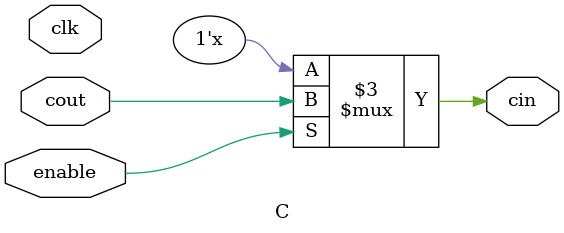
<source format=v>
`timescale 1ns / 1ps
module C(
input cout,
input clk,
input enable,
output reg cin
    );

always @ (clk) begin
if (enable ==1) begin
 cin <= cout;
end
end
endmodule

</source>
